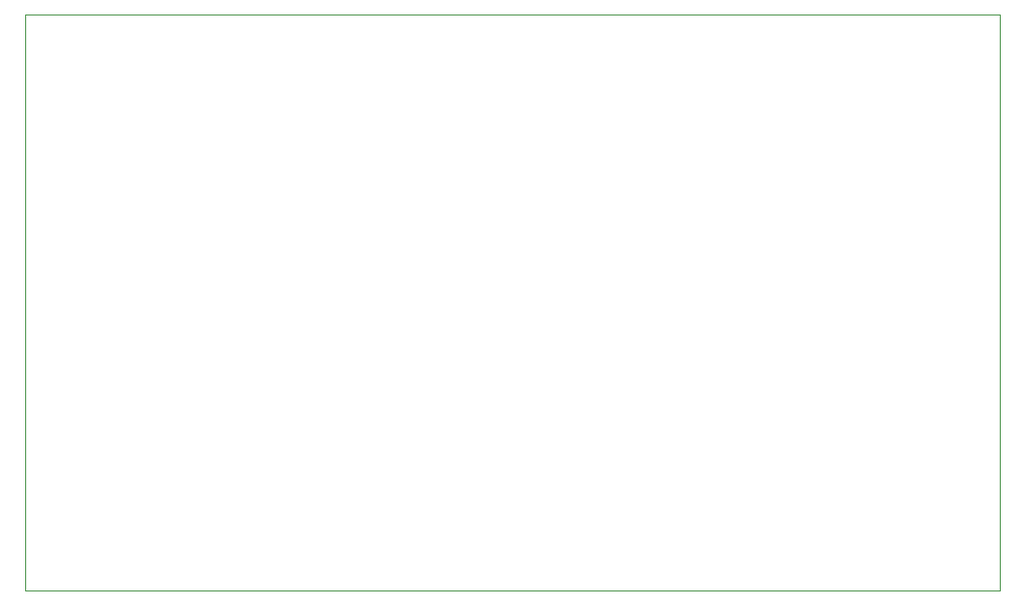
<source format=gbr>
%TF.GenerationSoftware,KiCad,Pcbnew,(6.0.2)*%
%TF.CreationDate,2022-05-01T20:43:16+10:00*%
%TF.ProjectId,brother-esp32,62726f74-6865-4722-9d65-737033322e6b,rev?*%
%TF.SameCoordinates,Original*%
%TF.FileFunction,Profile,NP*%
%FSLAX46Y46*%
G04 Gerber Fmt 4.6, Leading zero omitted, Abs format (unit mm)*
G04 Created by KiCad (PCBNEW (6.0.2)) date 2022-05-01 20:43:16*
%MOMM*%
%LPD*%
G01*
G04 APERTURE LIST*
%TA.AperFunction,Profile*%
%ADD10C,0.100000*%
%TD*%
G04 APERTURE END LIST*
D10*
X149990000Y-35000000D02*
X64810000Y-35000000D01*
X64810000Y-35000000D02*
X64810000Y-85340000D01*
X64810000Y-85340000D02*
X149990000Y-85340000D01*
X149990000Y-85340000D02*
X149990000Y-35000000D01*
M02*

</source>
